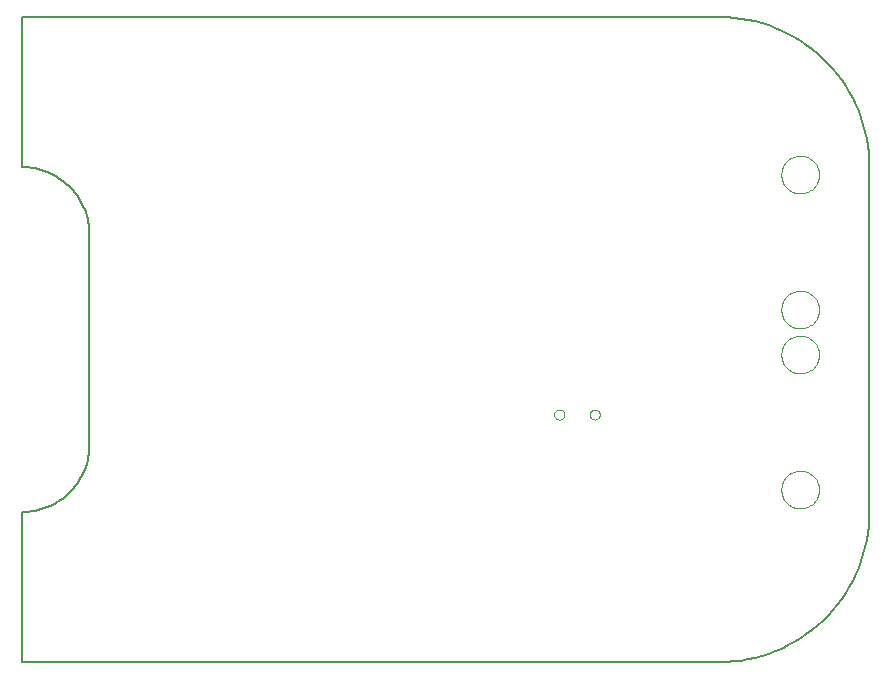
<source format=gm1>
G75*
G70*
%OFA0B0*%
%FSLAX24Y24*%
%IPPOS*%
%LPD*%
%AMOC8*
5,1,8,0,0,1.08239X$1,22.5*
%
%ADD10C,0.0050*%
%ADD11C,0.0000*%
D10*
X006250Y000130D02*
X006250Y005130D01*
X006357Y005133D01*
X006464Y005140D01*
X006570Y005153D01*
X006676Y005171D01*
X006780Y005193D01*
X006884Y005221D01*
X006986Y005254D01*
X007086Y005291D01*
X007185Y005333D01*
X007281Y005380D01*
X007375Y005431D01*
X007466Y005487D01*
X007555Y005547D01*
X007641Y005611D01*
X007723Y005680D01*
X007803Y005752D01*
X007878Y005827D01*
X007950Y005907D01*
X008019Y005989D01*
X008083Y006075D01*
X008143Y006164D01*
X008199Y006255D01*
X008250Y006349D01*
X008297Y006445D01*
X008339Y006544D01*
X008376Y006644D01*
X008409Y006746D01*
X008437Y006850D01*
X008459Y006954D01*
X008477Y007060D01*
X008490Y007166D01*
X008497Y007273D01*
X008500Y007380D01*
X008500Y014380D01*
X008497Y014487D01*
X008490Y014594D01*
X008477Y014700D01*
X008459Y014806D01*
X008437Y014910D01*
X008409Y015014D01*
X008376Y015116D01*
X008339Y015216D01*
X008297Y015315D01*
X008250Y015411D01*
X008199Y015505D01*
X008143Y015596D01*
X008083Y015685D01*
X008019Y015771D01*
X007950Y015853D01*
X007878Y015933D01*
X007803Y016008D01*
X007723Y016080D01*
X007641Y016149D01*
X007555Y016213D01*
X007466Y016273D01*
X007375Y016329D01*
X007281Y016380D01*
X007185Y016427D01*
X007086Y016469D01*
X006986Y016506D01*
X006884Y016539D01*
X006780Y016567D01*
X006676Y016589D01*
X006570Y016607D01*
X006464Y016620D01*
X006357Y016627D01*
X006250Y016630D01*
X006250Y021630D01*
X029500Y021630D01*
X029738Y021624D01*
X029975Y021607D01*
X030212Y021579D01*
X030446Y021540D01*
X030679Y021489D01*
X030909Y021427D01*
X031135Y021355D01*
X031358Y021272D01*
X031577Y021178D01*
X031791Y021074D01*
X032000Y020960D01*
X032203Y020836D01*
X032400Y020703D01*
X032591Y020560D01*
X032774Y020409D01*
X032950Y020249D01*
X033119Y020080D01*
X033279Y019904D01*
X033430Y019721D01*
X033573Y019530D01*
X033706Y019333D01*
X033830Y019130D01*
X033944Y018921D01*
X034048Y018707D01*
X034142Y018488D01*
X034225Y018265D01*
X034297Y018039D01*
X034359Y017809D01*
X034410Y017576D01*
X034449Y017342D01*
X034477Y017105D01*
X034494Y016868D01*
X034500Y016630D01*
X034500Y005130D01*
X034494Y004892D01*
X034477Y004655D01*
X034449Y004418D01*
X034410Y004184D01*
X034359Y003951D01*
X034297Y003721D01*
X034225Y003495D01*
X034142Y003272D01*
X034048Y003053D01*
X033944Y002839D01*
X033830Y002630D01*
X033706Y002427D01*
X033573Y002230D01*
X033430Y002039D01*
X033279Y001856D01*
X033119Y001680D01*
X032950Y001511D01*
X032774Y001351D01*
X032591Y001200D01*
X032400Y001057D01*
X032203Y000924D01*
X032000Y000800D01*
X031791Y000686D01*
X031577Y000582D01*
X031358Y000488D01*
X031135Y000405D01*
X030909Y000333D01*
X030679Y000271D01*
X030446Y000220D01*
X030212Y000181D01*
X029975Y000153D01*
X029738Y000136D01*
X029500Y000130D01*
X006250Y000130D01*
D11*
X023992Y008380D02*
X023994Y008405D01*
X024000Y008430D01*
X024009Y008454D01*
X024022Y008476D01*
X024039Y008496D01*
X024058Y008513D01*
X024079Y008527D01*
X024103Y008537D01*
X024127Y008544D01*
X024153Y008547D01*
X024178Y008546D01*
X024203Y008541D01*
X024227Y008532D01*
X024250Y008520D01*
X024270Y008505D01*
X024288Y008486D01*
X024303Y008465D01*
X024314Y008442D01*
X024322Y008418D01*
X024326Y008393D01*
X024326Y008367D01*
X024322Y008342D01*
X024314Y008318D01*
X024303Y008295D01*
X024288Y008274D01*
X024270Y008255D01*
X024250Y008240D01*
X024227Y008228D01*
X024203Y008219D01*
X024178Y008214D01*
X024153Y008213D01*
X024127Y008216D01*
X024103Y008223D01*
X024079Y008233D01*
X024058Y008247D01*
X024039Y008264D01*
X024022Y008284D01*
X024009Y008306D01*
X024000Y008330D01*
X023994Y008355D01*
X023992Y008380D01*
X025174Y008380D02*
X025176Y008405D01*
X025182Y008430D01*
X025191Y008454D01*
X025204Y008476D01*
X025221Y008496D01*
X025240Y008513D01*
X025261Y008527D01*
X025285Y008537D01*
X025309Y008544D01*
X025335Y008547D01*
X025360Y008546D01*
X025385Y008541D01*
X025409Y008532D01*
X025432Y008520D01*
X025452Y008505D01*
X025470Y008486D01*
X025485Y008465D01*
X025496Y008442D01*
X025504Y008418D01*
X025508Y008393D01*
X025508Y008367D01*
X025504Y008342D01*
X025496Y008318D01*
X025485Y008295D01*
X025470Y008274D01*
X025452Y008255D01*
X025432Y008240D01*
X025409Y008228D01*
X025385Y008219D01*
X025360Y008214D01*
X025335Y008213D01*
X025309Y008216D01*
X025285Y008223D01*
X025261Y008233D01*
X025240Y008247D01*
X025221Y008264D01*
X025204Y008284D01*
X025191Y008306D01*
X025182Y008330D01*
X025176Y008355D01*
X025174Y008380D01*
X031560Y010380D02*
X031562Y010430D01*
X031568Y010480D01*
X031578Y010529D01*
X031592Y010577D01*
X031609Y010624D01*
X031630Y010669D01*
X031655Y010713D01*
X031683Y010754D01*
X031715Y010793D01*
X031749Y010830D01*
X031786Y010864D01*
X031826Y010894D01*
X031868Y010921D01*
X031912Y010945D01*
X031958Y010966D01*
X032005Y010982D01*
X032053Y010995D01*
X032103Y011004D01*
X032152Y011009D01*
X032203Y011010D01*
X032253Y011007D01*
X032302Y011000D01*
X032351Y010989D01*
X032399Y010974D01*
X032445Y010956D01*
X032490Y010934D01*
X032533Y010908D01*
X032574Y010879D01*
X032613Y010847D01*
X032649Y010812D01*
X032681Y010774D01*
X032711Y010734D01*
X032738Y010691D01*
X032761Y010647D01*
X032780Y010601D01*
X032796Y010553D01*
X032808Y010504D01*
X032816Y010455D01*
X032820Y010405D01*
X032820Y010355D01*
X032816Y010305D01*
X032808Y010256D01*
X032796Y010207D01*
X032780Y010159D01*
X032761Y010113D01*
X032738Y010069D01*
X032711Y010026D01*
X032681Y009986D01*
X032649Y009948D01*
X032613Y009913D01*
X032574Y009881D01*
X032533Y009852D01*
X032490Y009826D01*
X032445Y009804D01*
X032399Y009786D01*
X032351Y009771D01*
X032302Y009760D01*
X032253Y009753D01*
X032203Y009750D01*
X032152Y009751D01*
X032103Y009756D01*
X032053Y009765D01*
X032005Y009778D01*
X031958Y009794D01*
X031912Y009815D01*
X031868Y009839D01*
X031826Y009866D01*
X031786Y009896D01*
X031749Y009930D01*
X031715Y009967D01*
X031683Y010006D01*
X031655Y010047D01*
X031630Y010091D01*
X031609Y010136D01*
X031592Y010183D01*
X031578Y010231D01*
X031568Y010280D01*
X031562Y010330D01*
X031560Y010380D01*
X031560Y011880D02*
X031562Y011930D01*
X031568Y011980D01*
X031578Y012029D01*
X031592Y012077D01*
X031609Y012124D01*
X031630Y012169D01*
X031655Y012213D01*
X031683Y012254D01*
X031715Y012293D01*
X031749Y012330D01*
X031786Y012364D01*
X031826Y012394D01*
X031868Y012421D01*
X031912Y012445D01*
X031958Y012466D01*
X032005Y012482D01*
X032053Y012495D01*
X032103Y012504D01*
X032152Y012509D01*
X032203Y012510D01*
X032253Y012507D01*
X032302Y012500D01*
X032351Y012489D01*
X032399Y012474D01*
X032445Y012456D01*
X032490Y012434D01*
X032533Y012408D01*
X032574Y012379D01*
X032613Y012347D01*
X032649Y012312D01*
X032681Y012274D01*
X032711Y012234D01*
X032738Y012191D01*
X032761Y012147D01*
X032780Y012101D01*
X032796Y012053D01*
X032808Y012004D01*
X032816Y011955D01*
X032820Y011905D01*
X032820Y011855D01*
X032816Y011805D01*
X032808Y011756D01*
X032796Y011707D01*
X032780Y011659D01*
X032761Y011613D01*
X032738Y011569D01*
X032711Y011526D01*
X032681Y011486D01*
X032649Y011448D01*
X032613Y011413D01*
X032574Y011381D01*
X032533Y011352D01*
X032490Y011326D01*
X032445Y011304D01*
X032399Y011286D01*
X032351Y011271D01*
X032302Y011260D01*
X032253Y011253D01*
X032203Y011250D01*
X032152Y011251D01*
X032103Y011256D01*
X032053Y011265D01*
X032005Y011278D01*
X031958Y011294D01*
X031912Y011315D01*
X031868Y011339D01*
X031826Y011366D01*
X031786Y011396D01*
X031749Y011430D01*
X031715Y011467D01*
X031683Y011506D01*
X031655Y011547D01*
X031630Y011591D01*
X031609Y011636D01*
X031592Y011683D01*
X031578Y011731D01*
X031568Y011780D01*
X031562Y011830D01*
X031560Y011880D01*
X031560Y016380D02*
X031562Y016430D01*
X031568Y016480D01*
X031578Y016529D01*
X031592Y016577D01*
X031609Y016624D01*
X031630Y016669D01*
X031655Y016713D01*
X031683Y016754D01*
X031715Y016793D01*
X031749Y016830D01*
X031786Y016864D01*
X031826Y016894D01*
X031868Y016921D01*
X031912Y016945D01*
X031958Y016966D01*
X032005Y016982D01*
X032053Y016995D01*
X032103Y017004D01*
X032152Y017009D01*
X032203Y017010D01*
X032253Y017007D01*
X032302Y017000D01*
X032351Y016989D01*
X032399Y016974D01*
X032445Y016956D01*
X032490Y016934D01*
X032533Y016908D01*
X032574Y016879D01*
X032613Y016847D01*
X032649Y016812D01*
X032681Y016774D01*
X032711Y016734D01*
X032738Y016691D01*
X032761Y016647D01*
X032780Y016601D01*
X032796Y016553D01*
X032808Y016504D01*
X032816Y016455D01*
X032820Y016405D01*
X032820Y016355D01*
X032816Y016305D01*
X032808Y016256D01*
X032796Y016207D01*
X032780Y016159D01*
X032761Y016113D01*
X032738Y016069D01*
X032711Y016026D01*
X032681Y015986D01*
X032649Y015948D01*
X032613Y015913D01*
X032574Y015881D01*
X032533Y015852D01*
X032490Y015826D01*
X032445Y015804D01*
X032399Y015786D01*
X032351Y015771D01*
X032302Y015760D01*
X032253Y015753D01*
X032203Y015750D01*
X032152Y015751D01*
X032103Y015756D01*
X032053Y015765D01*
X032005Y015778D01*
X031958Y015794D01*
X031912Y015815D01*
X031868Y015839D01*
X031826Y015866D01*
X031786Y015896D01*
X031749Y015930D01*
X031715Y015967D01*
X031683Y016006D01*
X031655Y016047D01*
X031630Y016091D01*
X031609Y016136D01*
X031592Y016183D01*
X031578Y016231D01*
X031568Y016280D01*
X031562Y016330D01*
X031560Y016380D01*
X031560Y005880D02*
X031562Y005930D01*
X031568Y005980D01*
X031578Y006029D01*
X031592Y006077D01*
X031609Y006124D01*
X031630Y006169D01*
X031655Y006213D01*
X031683Y006254D01*
X031715Y006293D01*
X031749Y006330D01*
X031786Y006364D01*
X031826Y006394D01*
X031868Y006421D01*
X031912Y006445D01*
X031958Y006466D01*
X032005Y006482D01*
X032053Y006495D01*
X032103Y006504D01*
X032152Y006509D01*
X032203Y006510D01*
X032253Y006507D01*
X032302Y006500D01*
X032351Y006489D01*
X032399Y006474D01*
X032445Y006456D01*
X032490Y006434D01*
X032533Y006408D01*
X032574Y006379D01*
X032613Y006347D01*
X032649Y006312D01*
X032681Y006274D01*
X032711Y006234D01*
X032738Y006191D01*
X032761Y006147D01*
X032780Y006101D01*
X032796Y006053D01*
X032808Y006004D01*
X032816Y005955D01*
X032820Y005905D01*
X032820Y005855D01*
X032816Y005805D01*
X032808Y005756D01*
X032796Y005707D01*
X032780Y005659D01*
X032761Y005613D01*
X032738Y005569D01*
X032711Y005526D01*
X032681Y005486D01*
X032649Y005448D01*
X032613Y005413D01*
X032574Y005381D01*
X032533Y005352D01*
X032490Y005326D01*
X032445Y005304D01*
X032399Y005286D01*
X032351Y005271D01*
X032302Y005260D01*
X032253Y005253D01*
X032203Y005250D01*
X032152Y005251D01*
X032103Y005256D01*
X032053Y005265D01*
X032005Y005278D01*
X031958Y005294D01*
X031912Y005315D01*
X031868Y005339D01*
X031826Y005366D01*
X031786Y005396D01*
X031749Y005430D01*
X031715Y005467D01*
X031683Y005506D01*
X031655Y005547D01*
X031630Y005591D01*
X031609Y005636D01*
X031592Y005683D01*
X031578Y005731D01*
X031568Y005780D01*
X031562Y005830D01*
X031560Y005880D01*
M02*

</source>
